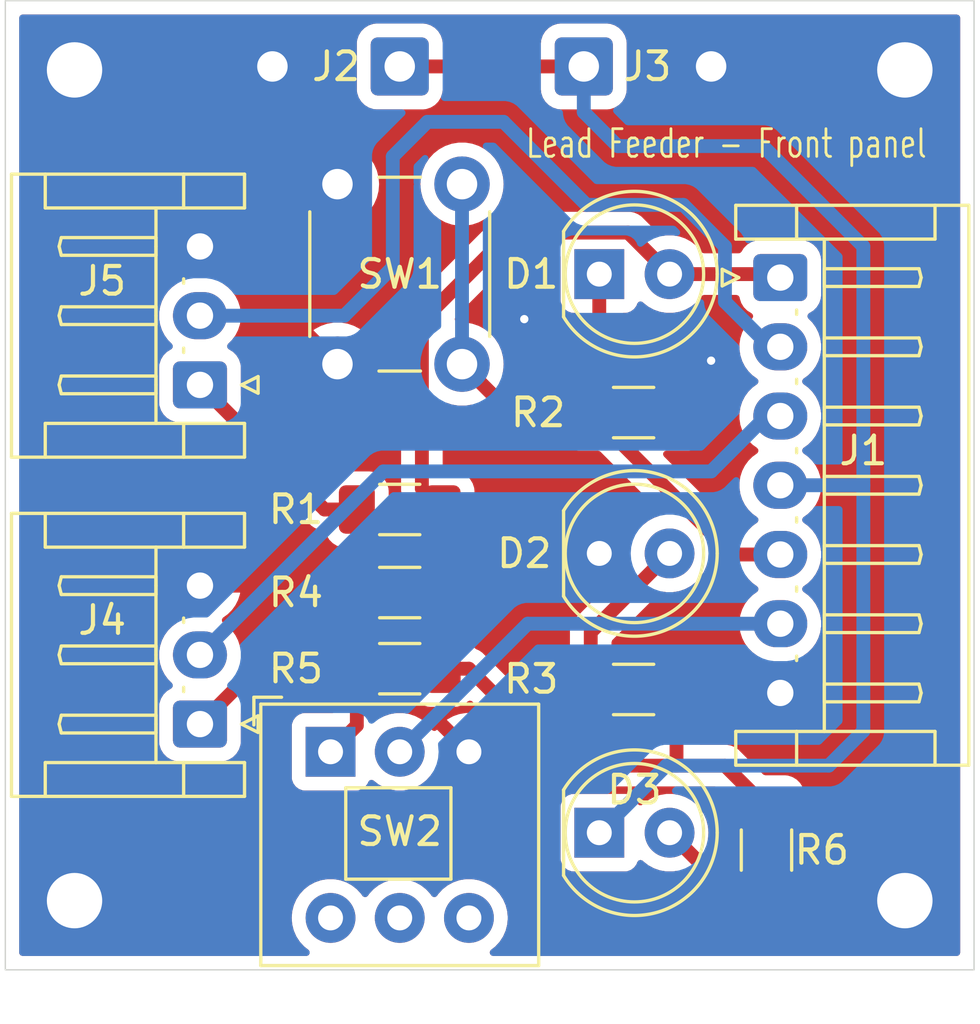
<source format=kicad_pcb>
(kicad_pcb (version 20240108) (generator "pcbnew") (generator_version "8.0")
  (layers (0 "F.Cu" signal) (31 "B.Cu" signal) (34 "B.Paste" user) (35 "F.Paste" user) (36 "B.SilkS" user "B.Silkscreen") (37 "F.SilkS" user "F.Silkscreen") (38 "B.Mask" user) (39 "F.Mask" user) (44 "Edge.Cuts" user))
  (net 0 "")
  (net 1 "Net-(D1-K)")
  (net 2 "+5V")
  (net 3 "Net-(D2-A)")
  (net 4 "/~{FEED}")
  (net 5 "GND")
  (net 6 "/TIME")
  (net 7 "/SPEED")
  (net 8 "/MODE")
  (net 9 "/~{REVERSE}")
  (net 10 "Net-(SW2-A)")
  (net 11 "Net-(D3-A)")
  (net 12 "Net-(J4-Pin_1)")
  (net 13 "Net-(J5-Pin_1)")
  (footprint "LED_THT:LED_D5.0mm_Clear" (layer "F.Cu") (at 158.96 104.96125)
    (property "Reference" "D2" (at -2.71 0 0) (layer "F.SilkS"))
    (property "Value" "Green")
    (fp_line (start -1.29 -1.545) (end -1.29 1.545) (stroke (width 0.12)) (layer "F.SilkS"))
    (fp_arc (start -1.29 -1.54483) (mid 2.071756 -2.880501) (end 4.26 -0.000048) (stroke (width 0.12)) (layer "F.SilkS"))
    (fp_arc (start 4.26 0.000048) (mid 2.071756 2.880501) (end -1.29 1.54483) (stroke (width 0.12)) (layer "F.SilkS"))
    (fp_circle (center 1.27 0) (end 3.77 0) (stroke (width 0.12)) (fill none) (layer "F.SilkS"))
    (pad "1" thru_hole rect (at 0 0) (size 1.8 1.8) (drill 0.9) (layers "*.Cu" "*.Mask") (net 5 "GND"))
    (pad "2" thru_hole circle (at 2.54 0) (size 1.8 1.8) (drill 0.9) (layers "*.Cu" "*.Mask") (net 3 "Net-(D2-A)"))
  )
  (footprint "Connector_JST:JST_EH_S3B-EH_1x03_P2.50mm_Horizontal" (layer "F.Cu") (at 144.5325 111.125 90)
    (property "Reference" "J4" (at 3.75 -3.5325 180) (layer "F.SilkS"))
    (property "Value" "Time")
    (fp_line (start 7.61 -6.81) (end 7.61 1.61) (stroke (width 0.12)) (layer "F.SilkS"))
    (fp_line (start -2.61 -6.81) (end 7.61 -6.81) (stroke (width 0.12)) (layer "F.SilkS"))
    (fp_line (start 7.61 -5.59) (end 6.39 -5.59) (stroke (width 0.12)) (layer "F.SilkS"))
    (fp_line (start 6.39 -5.59) (end 6.39 -0.59) (stroke (width 0.12)) (layer "F.SilkS"))
    (fp_line (start -1.39 -5.59) (end -1.39 -0.59) (stroke (width 0.12)) (layer "F.SilkS"))
    (fp_line (start -2.61 -5.59) (end -1.39 -5.59) (stroke (width 0.12)) (layer "F.SilkS"))
    (fp_line (start 5 -5.09) (end 5.32 -5.01) (stroke (width 0.12)) (layer "F.SilkS"))
    (fp_line (start 2.5 -5.09) (end 2.82 -5.01) (stroke (width 0.12)) (layer "F.SilkS"))
    (fp_line (start 0 -5.09) (end 0.32 -5.01) (stroke (width 0.12)) (layer "F.SilkS"))
    (fp_line (start 5.32 -5.01) (end 5.32 -1.59) (stroke (width 0.12)) (layer "F.SilkS"))
    (fp_line (start 4.68 -5.01) (end 5 -5.09) (stroke (width 0.12)) (layer "F.SilkS"))
    (fp_line (start 2.82 -5.01) (end 2.82 -1.59) (stroke (width 0.12)) (layer "F.SilkS"))
    (fp_line (start 2.18 -5.01) (end 2.5 -5.09) (stroke (width 0.12)) (layer "F.SilkS"))
    (fp_line (start 0.32 -5.01) (end 0.32 -1.59) (stroke (width 0.12)) (layer "F.SilkS"))
    (fp_line (start -0.32 -5.01) (end 0 -5.09) (stroke (width 0.12)) (layer "F.SilkS"))
    (fp_line (start 5.32 -1.59) (end 5 -1.59) (stroke (width 0.12)) (layer "F.SilkS"))
    (fp_line (start 5 -1.59) (end 4.68 -1.59) (stroke (width 0.12)) (layer "F.SilkS"))
    (fp_line (start 4.68 -1.59) (end 4.68 -5.01) (stroke (width 0.12)) (layer "F.SilkS"))
    (fp_line (start 2.82 -1.59) (end 2.5 -1.59) (stroke (width 0.12)) (layer "F.SilkS"))
    (fp_line (start 2.5 -1.59) (end 2.18 -1.59) (stroke (width 0.12)) (layer "F.SilkS"))
    (fp_line (start 2.18 -1.59) (end 2.18 -5.01) (stroke (width 0.12)) (layer "F.SilkS"))
    (fp_line (start 0.32 -1.59) (end 0 -1.59) (stroke (width 0.12)) (layer "F.SilkS"))
    (fp_line (start 0 -1.59) (end -0.32 -1.59) (stroke (width 0.12)) (layer "F.SilkS"))
    (fp_line (start -0.32 -1.59) (end -0.32 -5.01) (stroke (width 0.12)) (layer "F.SilkS"))
    (fp_line (start -1.39 -1.59) (end 6.39 -1.59) (stroke (width 0.12)) (layer "F.SilkS"))
    (fp_line (start 6.39 -0.59) (end 7.61 -0.59) (stroke (width 0.12)) (layer "F.SilkS"))
    (fp_line (start 3.67 -0.59) (end 3.83 -0.59) (stroke (width 0.12)) (layer "F.SilkS"))
    (fp_line (start 1.17 -0.59) (end 1.33 -0.59) (stroke (width 0.12)) (layer "F.SilkS"))
    (fp_line (start -1.39 -0.59) (end -2.61 -0.59) (stroke (width 0.12)) (layer "F.SilkS"))
    (fp_line (start -1.39 -0.59) (end -1.39 1.61) (stroke (width 0.12)) (layer "F.SilkS"))
    (fp_line (start 0 1.5) (end -0.3 2.1) (stroke (width 0.12)) (layer "F.SilkS"))
    (fp_line (start 7.61 1.61) (end 6.39 1.61) (stroke (width 0.12)) (layer "F.SilkS"))
    (fp_line (start 6.39 1.61) (end 6.39 -0.59) (stroke (width 0.12)) (layer "F.SilkS"))
    (fp_line (start -1.39 1.61) (end -2.61 1.61) (stroke (width 0.12)) (layer "F.SilkS"))
    (fp_line (start -2.61 1.61) (end -2.61 -6.81) (stroke (width 0.12)) (layer "F.SilkS"))
    (fp_line (start 0.3 2.1) (end 0 1.5) (stroke (width 0.12)) (layer "F.SilkS"))
    (fp_line (start -0.3 2.1) (end 0.3 2.1) (stroke (width 0.12)) (layer "F.SilkS"))
    (pad "1" thru_hole roundrect (at 0 0 90) (size 1.7 1.95) (drill 0.95) (layers "*.Cu" "*.Mask") (roundrect_rratio 0.147059) (net 12 "Net-(J4-Pin_1)"))
    (pad "2" thru_hole oval (at 2.5 0 90) (size 1.7 1.95) (drill 0.95) (layers "*.Cu" "*.Mask") (net 6 "/TIME"))
    (pad "3" thru_hole oval (at 5 0 90) (size 1.7 1.95) (drill 0.95) (layers "*.Cu" "*.Mask") (net 5 "GND"))
  )
  (footprint "Resistor_SMD:R_1206_3216Metric_Pad1.30x1.75mm_HandSolder" (layer "F.Cu") (at 160.2 99.875)
    (property "Reference" "R2" (at -3.45 0 0) (layer "F.SilkS"))
    (property "Value" "10k")
    (fp_line (start -0.727064 -0.91) (end 0.727064 -0.91) (stroke (width 0.12)) (layer "F.SilkS"))
    (fp_line (start -0.727064 0.91) (end 0.727064 0.91) (stroke (width 0.12)) (layer "F.SilkS"))
    (pad "1" smd roundrect (at -1.55 0) (size 1.3 1.75) (layers "F.Cu" "F.Paste" "F.Mask") (roundrect_rratio 0.192308) (net 9 "/~{REVERSE}"))
    (pad "2" smd roundrect (at 1.55 0) (size 1.3 1.75) (layers "F.Cu" "F.Paste" "F.Mask") (roundrect_rratio 0.192308) (net 1 "Net-(D1-K)"))
  )
  (footprint "Connector_Wire:SolderWire-0.5sqmm_1x02_P4.6mm_D0.9mm_OD2.1mm" (layer "F.Cu") (at 158.4 87.375)
    (property "Reference" "J3" (at 2.3 0 0) (layer "F.SilkS"))
    (property "Value" "Feet button")
    (pad "1" thru_hole roundrect (at 0 0) (size 2.1 2.1) (drill 1.1) (layers "*.Cu" "*.Mask") (roundrect_rratio 0.119048) (net 4 "/~{FEED}"))
    (pad "2" thru_hole circle (at 4.6 0) (size 2.1 2.1) (drill 1.1) (layers "*.Cu" "*.Mask") (net 5 "GND"))
  )
  (footprint "Connector_JST:JST_EH_S7B-EH_1x07_P2.50mm_Horizontal" (layer "F.Cu") (at 165.5 95 -90)
    (property "Reference" "J1" (at 6.25 -3 180) (layer "F.SilkS"))
    (property "Value" "Conn_01x07_Socket" (hide yes))
    (fp_line (start -0.3 2.1) (end 0.3 2.1) (stroke (width 0.12)) (layer "F.SilkS"))
    (fp_line (start 0.3 2.1) (end 0 1.5) (stroke (width 0.12)) (layer "F.SilkS"))
    (fp_line (start -2.61 1.61) (end -2.61 -6.81) (stroke (width 0.12)) (layer "F.SilkS"))
    (fp_line (start -1.39 1.61) (end -2.61 1.61) (stroke (width 0.12)) (layer "F.SilkS"))
    (fp_line (start 16.39 1.61) (end 16.39 -0.59) (stroke (width 0.12)) (layer "F.SilkS"))
    (fp_line (start 17.61 1.61) (end 16.39 1.61) (stroke (width 0.12)) (layer "F.SilkS"))
    (fp_line (start 0 1.5) (end -0.3 2.1) (stroke (width 0.12)) (layer "F.SilkS"))
    (fp_line (start -1.39 -0.59) (end -1.39 1.61) (stroke (width 0.12)) (layer "F.SilkS"))
    (fp_line (start -1.39 -0.59) (end -2.61 -0.59) (stroke (width 0.12)) (layer "F.SilkS"))
    (fp_line (start 1.17 -0.59) (end 1.33 -0.59) (stroke (width 0.12)) (layer "F.SilkS"))
    (fp_line (start 3.67 -0.59) (end 3.83 -0.59) (stroke (width 0.12)) (layer "F.SilkS"))
    (fp_line (start 6.17 -0.59) (end 6.33 -0.59) (stroke (width 0.12)) (layer "F.SilkS"))
    (fp_line (start 8.67 -0.59) (end 8.83 -0.59) (stroke (width 0.12)) (layer "F.SilkS"))
    (fp_line (start 11.17 -0.59) (end 11.33 -0.59) (stroke (width 0.12)) (layer "F.SilkS"))
    (fp_line (start 13.67 -0.59) (end 13.83 -0.59) (stroke (width 0.12)) (layer "F.SilkS"))
    (fp_line (start 16.39 -0.59) (end 17.61 -0.59) (stroke (width 0.12)) (layer "F.SilkS"))
    (fp_line (start -1.39 -1.59) (end 16.39 -1.59) (stroke (width 0.12)) (layer "F.SilkS"))
    (fp_line (start -0.32 -1.59) (end -0.32 -5.01) (stroke (width 0.12)) (layer "F.SilkS"))
    (fp_line (start 0 -1.59) (end -0.32 -1.59) (stroke (width 0.12)) (layer "F.SilkS"))
    (fp_line (start 0.32 -1.59) (end 0 -1.59) (stroke (width 0.12)) (layer "F.SilkS"))
    (fp_line (start 2.18 -1.59) (end 2.18 -5.01) (stroke (width 0.12)) (layer "F.SilkS"))
    (fp_line (start 2.5 -1.59) (end 2.18 -1.59) (stroke (width 0.12)) (layer "F.SilkS"))
    (fp_line (start 2.82 -1.59) (end 2.5 -1.59) (stroke (width 0.12)) (layer "F.SilkS"))
    (fp_line (start 4.68 -1.59) (end 4.68 -5.01) (stroke (width 0.12)) (layer "F.SilkS"))
    (fp_line (start 5 -1.59) (end 4.68 -1.59) (stroke (width 0.12)) (layer "F.SilkS"))
    (fp_line (start 5.32 -1.59) (end 5 -1.59) (stroke (width 0.12)) (layer "F.SilkS"))
    (fp_line (start 7.18 -1.59) (end 7.18 -5.01) (stroke (width 0.12)) (layer "F.SilkS"))
    (fp_line (start 7.5 -1.59) (end 7.18 -1.59) (stroke (width 0.12)) (layer "F.SilkS"))
    (fp_line (start 7.82 -1.59) (end 7.5 -1.59) (stroke (width 0.12)) (layer "F.SilkS"))
    (fp_line (start 9.68 -1.59) (end 9.68 -5.01) (stroke (width 0.12)) (layer "F.SilkS"))
    (fp_line (start 10 -1.59) (end 9.68 -1.59) (stroke (width 0.12)) (layer "F.SilkS"))
    (fp_line (start 10.32 -1.59) (end 10 -1.59) (stroke (width 0.12)) (layer "F.SilkS"))
    (fp_line (start 12.18 -1.59) (end 12.18 -5.01) (stroke (width 0.12)) (layer "F.SilkS"))
    (fp_line (start 12.5 -1.59) (end 12.18 -1.59) (stroke (width 0.12)) (layer "F.SilkS"))
    (fp_line (start 12.82 -1.59) (end 12.5 -1.59) (stroke (width 0.12)) (layer "F.SilkS"))
    (fp_line (start 14.68 -1.59) (end 14.68 -5.01) (stroke (width 0.12)) (layer "F.SilkS"))
    (fp_line (start 15 -1.59) (end 14.68 -1.59) (stroke (width 0.12)) (layer "F.SilkS"))
    (fp_line (start 15.32 -1.59) (end 15 -1.59) (stroke (width 0.12)) (layer "F.SilkS"))
    (fp_line (start -0.32 -5.01) (end 0 -5.09) (stroke (width 0.12)) (layer "F.SilkS"))
    (fp_line (start 0.32 -5.01) (end 0.32 -1.59) (stroke (width 0.12)) (layer "F.SilkS"))
    (fp_line (start 2.18 -5.01) (end 2.5 -5.09) (stroke (width 0.12)) (layer "F.SilkS"))
    (fp_line (start 2.82 -5.01) (end 2.82 -1.59) (stroke (width 0.12)) (layer "F.SilkS"))
    (fp_line (start 4.68 -5.01) (end 5 -5.09) (stroke (width 0.12)) (layer "F.SilkS"))
    (fp_line (start 5.32 -5.01) (end 5.32 -1.59) (stroke (width 0.12)) (layer "F.SilkS"))
    (fp_line (start 7.18 -5.01) (end 7.5 -5.09) (stroke (width 0.12)) (layer "F.SilkS"))
    (fp_line (start 7.82 -5.01) (end 7.82 -1.59) (stroke (width 0.12)) (layer "F.SilkS"))
    (fp_line (start 9.68 -5.01) (end 10 -5.09) (stroke (width 0.12)) (layer "F.SilkS"))
    (fp_line (start 10.32 -5.01) (end 10.32 -1.59) (stroke (width 0.12)) (layer "F.SilkS"))
    (fp_line (start 12.18 -5.01) (end 12.5 -5.09) (stroke (width 0.12)) (layer "F.SilkS"))
    (fp_line (start 12.82 -5.01) (end 12.82 -1.59) (stroke (width 0.12)) (layer "F.SilkS"))
    (fp_line (start 14.68 -5.01) (end 15 -5.09) (stroke (width 0.12)) (layer "F.SilkS"))
    (fp_line (start 15.32 -5.01) (end 15.32 -1.59) (stroke (width 0.12)) (layer "F.SilkS"))
    (fp_line (start 0 -5.09) (end 0.32 -5.01) (stroke (width 0.12)) (layer "F.SilkS"))
    (fp_line (start 2.5 -5.09) (end 2.82 -5.01) (stroke (width 0.12)) (layer "F.SilkS"))
    (fp_line (start 5 -5.09) (end 5.32 -5.01) (stroke (width 0.12)) (layer "F.SilkS"))
    (fp_line (start 7.5 -5.09) (end 7.82 -5.01) (stroke (width 0.12)) (layer "F.SilkS"))
    (fp_line (start 10 -5.09) (end 10.32 -5.01) (stroke (width 0.12)) (layer "F.SilkS"))
    (fp_line (start 12.5 -5.09) (end 12.82 -5.01) (stroke (width 0.12)) (layer "F.SilkS"))
    (fp_line (start 15 -5.09) (end 15.32 -5.01) (stroke (width 0.12)) (layer "F.SilkS"))
    (fp_line (start -2.61 -5.59) (end -1.39 -5.59) (stroke (width 0.12)) (layer "F.SilkS"))
    (fp_line (start -1.39 -5.59) (end -1.39 -0.59) (stroke (width 0.12)) (layer "F.SilkS"))
    (fp_line (start 16.39 -5.59) (end 16.39 -0.59) (stroke (width 0.12)) (layer "F.SilkS"))
    (fp_line (start 17.61 -5.59) (end 16.39 -5.59) (stroke (width 0.12)) (layer "F.SilkS"))
    (fp_line (start -2.61 -6.81) (end 17.61 -6.81) (stroke (width 0.12)) (layer "F.SilkS"))
    (fp_line (start 17.61 -6.81) (end 17.61 1.61) (stroke (width 0.12)) (layer "F.SilkS"))
    (pad "1" thru_hole roundrect (at 0 0 270) (size 1.7 1.95) (drill 0.95) (layers "*.Cu" "*.Mask") (roundrect_rratio 0.147059) (net 2 "+5V"))
    (pad "2" thru_hole oval (at 2.5 0 270) (size 1.7 1.95) (drill 0.95) (layers "*.Cu" "*.Mask") (net 7 "/SPEED"))
    (pad "3" thru_hole oval (at 5 0 270) (size 1.7 1.95) (drill 0.95) (layers "*.Cu" "*.Mask") (net 6 "/TIME"))
    (pad "4" thru_hole oval (at 7.5 0 270) (size 1.7 1.95) (drill 0.95) (layers "*.Cu" "*.Mask") (net 4 "/~{FEED}"))
    (pad "5" thru_hole oval (at 10 0 270) (size 1.7 1.95) (drill 0.95) (layers "*.Cu" "*.Mask") (net 9 "/~{REVERSE}"))
    (pad "6" thru_hole oval (at 12.5 0 270) (size 1.7 1.95) (drill 0.95) (layers "*.Cu" "*.Mask") (net 8 "/MODE"))
    (pad "7" thru_hole oval (at 15 0 270) (size 1.7 1.95) (drill 0.95) (layers "*.Cu" "*.Mask") (net 5 "GND"))
  )
  (footprint "Resistor_SMD:R_1206_3216Metric_Pad1.30x1.75mm_HandSolder" (layer "F.Cu") (at 165 115.675 90)
    (property "Reference" "R6" (at 0 2 180) (layer "F.SilkS"))
    (property "Value" "1k")
    (fp_line (start -0.727064 -0.91) (end 0.727064 -0.91) (stroke (width 0.12)) (layer "F.SilkS"))
    (fp_line (start -0.727064 0.91) (end 0.727064 0.91) (stroke (width 0.12)) (layer "F.SilkS"))
    (pad "1" smd roundrect (at -1.55 0 90) (size 1.3 1.75) (layers "F.Cu" "F.Paste" "F.Mask") (roundrect_rratio 0.192308) (net 11 "Net-(D3-A)"))
    (pad "2" smd roundrect (at 1.55 0 90) (size 1.3 1.75) (layers "F.Cu" "F.Paste" "F.Mask") (roundrect_rratio 0.192308) (net 2 "+5V"))
  )
  (footprint "Resistor_SMD:R_1206_3216Metric_Pad1.30x1.75mm_HandSolder" (layer "F.Cu") (at 151.75 103.375 180)
    (property "Reference" "R1" (at 3.75 0 360) (layer "F.SilkS"))
    (property "Value" "1k")
    (fp_line (start -0.727064 0.91) (end 0.727064 0.91) (stroke (width 0.12)) (layer "F.SilkS"))
    (fp_line (start -0.727064 -0.91) (end 0.727064 -0.91) (stroke (width 0.12)) (layer "F.SilkS"))
    (pad "1" smd roundrect (at -1.55 0 180) (size 1.3 1.75) (layers "F.Cu" "F.Paste" "F.Mask") (roundrect_rratio 0.192308) (net 2 "+5V"))
    (pad "2" smd roundrect (at 1.55 0 180) (size 1.3 1.75) (layers "F.Cu" "F.Paste" "F.Mask") (roundrect_rratio 0.192308) (net 13 "Net-(J5-Pin_1)"))
  )
  (footprint "Connector_JST:JST_EH_S3B-EH_1x03_P2.50mm_Horizontal" (layer "F.Cu") (at 144.5325 98.875 90)
    (property "Reference" "J5" (at 3.75 -3.5325 180) (layer "F.SilkS"))
    (property "Value" "Speed")
    (fp_line (start 7.61 -6.81) (end 7.61 1.61) (stroke (width 0.12)) (layer "F.SilkS"))
    (fp_line (start -2.61 -6.81) (end 7.61 -6.81) (stroke (width 0.12)) (layer "F.SilkS"))
    (fp_line (start 7.61 -5.59) (end 6.39 -5.59) (stroke (width 0.12)) (layer "F.SilkS"))
    (fp_line (start 6.39 -5.59) (end 6.39 -0.59) (stroke (width 0.12)) (layer "F.SilkS"))
    (fp_line (start -1.39 -5.59) (end -1.39 -0.59) (stroke (width 0.12)) (layer "F.SilkS"))
    (fp_line (start -2.61 -5.59) (end -1.39 -5.59) (stroke (width 0.12)) (layer "F.SilkS"))
    (fp_line (start 5 -5.09) (end 5.32 -5.01) (stroke (width 0.12)) (layer "F.SilkS"))
    (fp_line (start 2.5 -5.09) (end 2.82 -5.01) (stroke (width 0.12)) (layer "F.SilkS"))
    (fp_line (start 0 -5.09) (end 0.32 -5.01) (stroke (width 0.12)) (layer "F.SilkS"))
    (fp_line (start 5.32 -5.01) (end 5.32 -1.59) (stroke (width 0.12)) (layer "F.SilkS"))
    (fp_line (start 4.68 -5.01) (end 5 -5.09) (stroke (width 0.12)) (layer "F.SilkS"))
    (fp_line (start 2.82 -5.01) (end 2.82 -1.59) (stroke (width 0.12)) (layer "F.SilkS"))
    (fp_line (start 2.18 -5.01) (end 2.5 -5.09) (stroke (width 0.12)) (layer "F.SilkS"))
    (fp_line (start 0.32 -5.01) (end 0.32 -1.59) (stroke (width 0.12)) (layer "F.SilkS"))
    (fp_line (start -0.32 -5.01) (end 0 -5.09) (stroke (width 0.12)) (layer "F.SilkS"))
    (fp_line (start 5.32 -1.59) (end 5 -1.59) (stroke (width 0.12)) (layer "F.SilkS"))
    (fp_line (start 5 -1.59) (end 4.68 -1.59) (stroke (width 0.12)) (layer "F.SilkS"))
    (fp_line (start 4.68 -1.59) (end 4.68 -5.01) (stroke (width 0.12)) (layer "F.SilkS"))
    (fp_line (start 2.82 -1.59) (end 2.5 -1.59) (stroke (width 0.12)) (layer "F.SilkS"))
    (fp_line (start 2.5 -1.59) (end 2.18 -1.59) (stroke (width 0.12)) (layer "F.SilkS"))
    (fp_line (start 2.18 -1.59) (end 2.18 -5.01) (stroke (width 0.12)) (layer "F.SilkS"))
    (fp_line (start 0.32 -1.59) (end 0 -1.59) (stroke (width 0.12)) (layer "F.SilkS"))
    (fp_line (start 0 -1.59) (end -0.32 -1.59) (stroke (width 0.12)) (layer "F.SilkS"))
    (fp_line (start -0.32 -1.59) (end -0.32 -5.01) (stroke (width 0.12)) (layer "F.SilkS"))
    (fp_line (start -1.39 -1.59) (end 6.39 -1.59) (stroke (width 0.12)) (layer "F.SilkS"))
    (fp_line (start 6.39 -0.59) (end 7.61 -0.59) (stroke (width 0.12)) (layer "F.SilkS"))
    (fp_line (start 3.67 -0.59) (end 3.83 -0.59) (stroke (width 0.12)) (layer "F.SilkS"))
    (fp_line (start 1.17 -0.59) (end 1.33 -0.59) (stroke (width 0.12)) (layer "F.SilkS"))
    (fp_line (start -1.39 -0.59) (end -2.61 -0.59) (stroke (width 0.12)) (layer "F.SilkS"))
    (fp_line (start -1.39 -0.59) (end -1.39 1.61) (stroke (width 0.12)) (layer "F.SilkS"))
    (fp_line (start 0 1.5) (end -0.3 2.1) (stroke (width 0.12)) (layer "F.SilkS"))
    (fp_line (start 7.61 1.61) (end 6.39 1.61) (stroke (width 0.12)) (layer "F.SilkS"))
    (fp_line (start 6.39 1.61) (end 6.39 -0.59) (stroke (width 0.12)) (layer "F.SilkS"))
    (fp_line (start -1.39 1.61) (end -2.61 1.61) (stroke (width 0.12)) (layer "F.SilkS"))
    (fp_line (start -2.61 1.61) (end -2.61 -6.81) (stroke (width 0.12)) (layer "F.SilkS"))
    (fp_line (start 0.3 2.1) (end 0 1.5) (stroke (width 0.12)) (layer "F.SilkS"))
    (fp_line (start -0.3 2.1) (end 0.3 2.1) (stroke (width 0.12)) (layer "F.SilkS"))
    (pad "1" thru_hole roundrect (at 0 0 90) (size 1.7 1.95) (drill 0.95) (layers "*.Cu" "*.Mask") (roundrect_rratio 0.147059) (net 13 "Net-(J5-Pin_1)"))
    (pad "2" thru_hole oval (at 2.5 0 90) (size 1.7 1.95) (drill 0.95) (layers "*.Cu" "*.Mask") (net 7 "/SPEED"))
    (pad "3" thru_hole oval (at 5 0 90) (size 1.7 1.95) (drill 0.95) (layers "*.Cu" "*.Mask") (net 5 "GND"))
  )
  (footprint "Resistor_SMD:R_1206_3216Metric_Pad1.30x1.75mm_HandSolder" (layer "F.Cu") (at 151.75 109.125)
    (property "Reference" "R5" (at -3.75 0 0) (layer "F.SilkS"))
    (property "Value" "1k")
    (fp_line (start -0.727064 -0.91) (end 0.727064 -0.91) (stroke (width 0.12)) (layer "F.SilkS"))
    (fp_line (start -0.727064 0.91) (end 0.727064 0.91) (stroke (width 0.12)) (layer "F.SilkS"))
    (pad "1" smd roundrect (at -1.55 0) (size 1.3 1.75) (layers "F.Cu" "F.Paste" "F.Mask") (roundrect_rratio 0.192308) (net 10 "Net-(SW2-A)"))
    (pad "2" smd roundrect (at 1.55 0) (size 1.3 1.75) (layers "F.Cu" "F.Paste" "F.Mask") (roundrect_rratio 0.192308) (net 2 "+5V"))
  )
  (footprint "Resistor_SMD:R_1206_3216Metric_Pad1.30x1.75mm_HandSolder" (layer "F.Cu") (at 151.75 106.375 180)
    (property "Reference" "R4" (at 3.75 0 360) (layer "F.SilkS"))
    (property "Value" "1k")
    (fp_line (start -0.727064 0.91) (end 0.727064 0.91) (stroke (width 0.12)) (layer "F.SilkS"))
    (fp_line (start -0.727064 -0.91) (end 0.727064 -0.91) (stroke (width 0.12)) (layer "F.SilkS"))
    (pad "1" smd roundrect (at -1.55 0 180) (size 1.3 1.75) (layers "F.Cu" "F.Paste" "F.Mask") (roundrect_rratio 0.192308) (net 2 "+5V"))
    (pad "2" smd roundrect (at 1.55 0 180) (size 1.3 1.75) (layers "F.Cu" "F.Paste" "F.Mask") (roundrect_rratio 0.192308) (net 12 "Net-(J4-Pin_1)"))
  )
  (footprint "LED_THT:LED_D5.0mm_Clear" (layer "F.Cu") (at 158.96 94.875)
    (property "Reference" "D1" (at -2.46 0 0) (layer "F.SilkS"))
    (property "Value" "Red")
    (fp_line (start -1.29 -1.545) (end -1.29 1.545) (stroke (width 0.12)) (layer "F.SilkS"))
    (fp_arc (start -1.29 -1.54483) (mid 2.071756 -2.880501) (end 4.26 -0.000048) (stroke (width 0.12)) (layer "F.SilkS"))
    (fp_arc (start 4.26 0.000048) (mid 2.071756 2.880501) (end -1.29 1.54483) (stroke (width 0.12)) (layer "F.SilkS"))
    (fp_circle (center 1.27 0) (end 3.77 0) (stroke (width 0.12)) (fill none) (layer "F.SilkS"))
    (pad "1" thru_hole rect (at 0 0) (size 1.8 1.8) (drill 0.9) (layers "*.Cu" "*.Mask") (net 1 "Net-(D1-K)"))
    (pad "2" thru_hole circle (at 2.54 0) (size 1.8 1.8) (drill 0.9) (layers "*.Cu" "*.Mask") (net 2 "+5V"))
  )
  (footprint "LED_THT:LED_D5.0mm_Clear" (layer "F.Cu") (at 158.96 115.0475)
    (property "Reference" "D3" (at 1.27 -1.5475 0) (layer "F.SilkS"))
    (property "Value" "LED")
    (fp_line (start -1.29 -1.545) (end -1.29 1.545) (stroke (width 0.12)) (layer "F.SilkS"))
    (fp_arc (start -1.29 -1.54483) (mid 2.071756 -2.880501) (end 4.26 -0.000048) (stroke (width 0.12)) (layer "F.SilkS"))
    (fp_arc (start 4.26 0.000048) (mid 2.071756 2.880501) (end -1.29 1.54483) (stroke (width 0.12)) (layer "F.SilkS"))
    (fp_circle (center 1.27 0) (end 3.77 0) (stroke (width 0.12)) (fill none) (layer "F.SilkS"))
    (pad "1" thru_hole rect (at 0 0) (size 1.8 1.8) (drill 0.9) (layers "*.Cu" "*.Mask") (net 4 "/~{FEED}"))
    (pad "2" thru_hole circle (at 2.54 0) (size 1.8 1.8) (drill 0.9) (layers "*.Cu" "*.Mask") (net 11 "Net-(D3-A)"))
  )
  (footprint "Resistor_SMD:R_1206_3216Metric_Pad1.30x1.75mm_HandSolder" (layer "F.Cu") (at 160.2 109.875 180)
    (property "Reference" "R3" (at 3.7 0.375 360) (layer "F.SilkS"))
    (property "Value" "1k")
    (fp_line (start -0.727064 0.91) (end 0.727064 0.91) (stroke (width 0.12)) (layer "F.SilkS"))
    (fp_line (start -0.727064 -0.91) (end 0.727064 -0.91) (stroke (width 0.12)) (layer "F.SilkS"))
    (pad "1" smd roundrect (at -1.55 0 180) (size 1.3 1.75) (layers "F.Cu" "F.Paste" "F.Mask") (roundrect_rratio 0.192308) (net 2 "+5V"))
    (pad "2" smd roundrect (at 1.55 0 180) (size 1.3 1.75) (layers "F.Cu" "F.Paste" "F.Mask") (roundrect_rratio 0.192308) (net 3 "Net-(D2-A)"))
  )
  (footprint "Button_Switch_THT:SW_Push_2P2T_Toggle_CK_PVA2OAH5xxxxxxV2" (layer "F.Cu") (at 149.25 112.125)
    (property "Reference" "SW2" (at 2.5 2.875 0) (layer "F.SilkS"))
    (property "Value" "Auto/Manual")
    (fp_line (start -2.77 -0.97) (end -2.77 -1.97) (stroke (width 0.12)) (layer "F.SilkS"))
    (fp_line (start -2.52 7.72) (end -2.52 -1.72) (stroke (width 0.12)) (layer "F.SilkS"))
    (fp_line (start -1.77 -1.97) (end -2.77 -1.97) (stroke (width 0.12)) (layer "F.SilkS"))
    (fp_line (start 0.55 1.3) (end 0.55 4.6) (stroke (width 0.12)) (layer "F.SilkS"))
    (fp_line (start 4.35 1.3) (end 0.55 1.3) (stroke (width 0.12)) (layer "F.SilkS"))
    (fp_line (start 4.35 1.3) (end 4.35 4.6) (stroke (width 0.12)) (layer "F.SilkS"))
    (fp_line (start 4.35 4.6) (end 0.55 4.6) (stroke (width 0.12)) (layer "F.SilkS"))
    (fp_line (start 7.52 -1.72) (end -2.52 -1.72) (stroke (width 0.12)) (layer "F.SilkS"))
    (fp_line (start 7.52 7.72) (end -2.52 7.72) (stroke (width 0.12)) (layer "F.SilkS"))
    (fp_line (start 7.52 7.72) (end 7.52 -1.72) (stroke (width 0.12)) (layer "F.SilkS"))
    (pad "1" thru_hole rect (at 0 0) (size 1.8 1.8) (drill 0.9) (layers "*.Cu" "*.Mask") (net 10 "Net-(SW2-A)"))
    (pad "2" thru_hole circle (at 2.5 0) (size 1.8 1.8) (drill 0.9) (layers "*.Cu" "*.Mask") (net 8 "/MODE"))
    (pad "3" thru_hole circle (at 5 0) (size 1.8 1.8) (drill 0.9) (layers "*.Cu" "*.Mask") (net 5 "GND"))
    (pad "4" thru_hole circle (at 0 6) (size 1.8 1.8) (drill 0.9) (layers "*.Cu" "*.Mask"))
    (pad "5" thru_hole circle (at 2.5 6) (size 1.8 1.8) (drill 0.9) (layers "*.Cu" "*.Mask"))
    (pad "6" thru_hole circle (at 5 6) (size 1.8 1.8) (drill 0.9) (layers "*.Cu" "*.Mask"))
  )
  (footprint "Button_Switch_THT:SW_PUSH_6mm_H4.3mm" (layer "F.Cu") (at 149.5 98.125 90)
    (property "Reference" "SW1" (at 3.25 2.25 180) (layer "F.SilkS"))
    (property "Value" "Reverse" (hide yes))
    (fp_line (start 5.5 -1) (end 1 -1) (stroke (width 0.12)) (layer "F.SilkS"))
    (fp_line (start -0.25 1.5) (end -0.25 3) (stroke (width 0.12)) (layer "F.SilkS"))
    (fp_line (start 6.75 3) (end 6.75 1.5) (stroke (width 0.12)) (layer "F.SilkS"))
    (fp_line (start 1 5.5) (end 5.5 5.5) (stroke (width 0.12)) (layer "F.SilkS"))
    (pad "1" thru_hole circle (at 0 0 180) (size 2 2) (drill 1.1) (layers "*.Cu" "*.Mask") (net 5 "GND"))
    (pad "1" thru_hole circle (at 6.5 0 180) (size 2 2) (drill 1.1) (layers "*.Cu" "*.Mask") (net 5 "GND"))
    (pad "2" thru_hole circle (at 0 4.5 180) (size 2 2) (drill 1.1) (layers "*.Cu" "*.Mask") (net 9 "/~{REVERSE}"))
    (pad "2" thru_hole circle (at 6.5 4.5 180) (size 2 2) (drill 1.1) (layers "*.Cu" "*.Mask") (net 9 "/~{REVERSE}"))
  )
  (footprint "Connector_Wire:SolderWire-0.5sqmm_1x02_P4.6mm_D0.9mm_OD2.1mm" (layer "B.Cu") (at 151.75 87.375 180)
    (property "Reference" "J2" (at 2.3 0 0) (layer "F.SilkS"))
    (property "Value" "Hand button")
    (pad "1" thru_hole roundrect (at 0 0 180) (size 2.1 2.1) (drill 1.1) (layers "*.Cu" "*.Mask") (roundrect_rratio 0.119048) (net 4 "/~{FEED}"))
    (pad "2" thru_hole circle (at 4.6 0 180) (size 2.1 2.1) (drill 1.1) (layers "*.Cu" "*.Mask") (net 5 "GND"))
  )
  (gr_rect (start 137.5 85) (end 172.5 120) (stroke (width 0.05)) (fill none) (layer "Edge.Cuts"))
  (gr_text "Lead Feeder - Front panel" (at 156.25 90.75 0) (layer "F.SilkS") (effects (font (size 1 0.7) (thickness 0.1)) (justify left bottom)))
  (segment (start 158.96 94.875) (end 158.96 97.085) (width 0.5) (layer "F.Cu") (net 1))
  (segment (start 158.96 97.085) (end 161.75 99.875) (width 0.5) (layer "F.Cu") (net 1))
  (segment (start 157.75 112.625) (end 154.25 109.125) (width 0.5) (layer "F.Cu") (net 2))
  (segment (start 165 114.125) (end 163.5 112.625) (width 0.5) (layer "F.Cu") (net 2))
  (segment (start 161.75 109.875) (end 161.75 112.625) (width 0.5) (layer "F.Cu") (net 2))
  (segment (start 163.5 112.625) (end 161.75 112.625) (width 0.5) (layer "F.Cu") (net 2))
  (segment (start 154.25 109.125) (end 153.3 109.125) (width 0.5) (layer "F.Cu") (net 2))
  (segment (start 161.75 112.625) (end 157.75 112.625) (width 0.5) (layer "F.Cu") (net 2))
  (segment (start 160 93.375) (end 161.5 94.875) (width 0.5) (layer "F.Cu") (net 2))
  (segment (start 153.3 103.375) (end 152.55 102.625) (width 0.5) (layer "F.Cu") (net 2))
  (segment (start 153.3 109.125) (end 153.3 103.375) (width 0.5) (layer "F.Cu") (net 2))
  (segment (start 161.5 94.875) (end 165.375 94.875) (width 0.5) (layer "F.Cu") (net 2))
  (segment (start 152.55 96.575) (end 155.75 93.375) (width 0.5) (layer "F.Cu") (net 2))
  (segment (start 152.55 102.625) (end 152.55 96.575) (width 0.5) (layer "F.Cu") (net 2))
  (segment (start 165.375 94.875) (end 165.5 95) (width 0.5) (layer "F.Cu") (net 2))
  (segment (start 155.75 93.375) (end 160 93.375) (width 0.5) (layer "F.Cu") (net 2))
  (segment (start 158.65 109.875) (end 158.65 107.81125) (width 0.5) (layer "F.Cu") (net 3))
  (segment (start 158.65 107.81125) (end 161.5 104.96125) (width 0.5) (layer "F.Cu") (net 3))
  (segment (start 151.75 87.375) (end 158.4 87.375) (width 0.5) (layer "F.Cu") (net 4))
  (segment (start 161.3825 112.625) (end 158.96 115.0475) (width 0.5) (layer "B.Cu") (net 4))
  (segment (start 158.4 89.025) (end 159.625 90.25) (width 0.5) (layer "B.Cu") (net 4))
  (segment (start 168.5 102.5) (end 165.5 102.5) (width 0.5) (layer "B.Cu") (net 4))
  (segment (start 164.875 90.25) (end 168.5 93.875) (width 0.5) (layer "B.Cu") (net 4))
  (segment (start 158.4 87.375) (end 158.4 89.025) (width 0.5) (layer "B.Cu") (net 4))
  (segment (start 167.25 112.625) (end 161.3825 112.625) (width 0.5) (layer "B.Cu") (net 4))
  (segment (start 168.5 93.875) (end 168.5 111.375) (width 0.5) (layer "B.Cu") (net 4))
  (segment (start 159.625 90.25) (end 164.875 90.25) (width 0.5) (layer "B.Cu") (net 4))
  (segment (start 168.5 111.375) (end 167.25 112.625) (width 0.5) (layer "B.Cu") (net 4))
  (via micro (at 156.25 96.5) (size 0.6) (drill 0.3) (layers "F.Cu" "B.Cu") (net 5))
  (via micro (at 170 117.5) (size 3.5) (drill 2) (layers "F.Cu" "B.Cu") (net 5))
  (via micro (at 140 87.5) (size 3.5) (drill 2) (layers "F.Cu" "B.Cu") (net 5))
  (via micro (at 163 98) (size 0.6) (drill 0.3) (layers "F.Cu" "B.Cu") (net 5))
  (via micro (at 170 87.5) (size 3.5) (drill 2) (layers "F.Cu" "B.Cu") (net 5))
  (via micro (at 140 117.5) (size 3.5) (drill 2) (layers "F.Cu" "B.Cu") (net 5))
  (segment (start 165 100) (end 165.5 100) (width 0.5) (layer "B.Cu") (net 6))
  (segment (start 144.5325 108.625) (end 151.1575 102) (width 0.5) (layer "B.Cu") (net 6))
  (segment (start 163 102) (end 165 100) (width 0.5) (layer "B.Cu") (net 6))
  (segment (start 151.1575 102) (end 163 102) (width 0.5) (layer "B.Cu") (net 6))
  (segment (start 151.5 90.625) (end 152.75 89.375) (width 0.5) (layer "B.Cu") (net 7))
  (segment (start 152.75 89.375) (end 155.5 89.375) (width 0.5) (layer "B.Cu") (net 7))
  (segment (start 155.5 89.375) (end 158.5 92.375) (width 0.5) (layer "B.Cu") (net 7))
  (segment (start 158.5 92.375) (end 162 92.375) (width 0.5) (layer "B.Cu") (net 7))
  (segment (start 151.5 94.625) (end 151.5 90.625) (width 0.5) (layer "B.Cu") (net 7))
  (segment (start 144.5325 96.375) (end 149.75 96.375) (width 0.5) (layer "B.Cu") (net 7))
  (segment (start 149.75 96.375) (end 151.5 94.625) (width 0.5) (layer "B.Cu") (net 7))
  (segment (start 163.5 93.875) (end 163.5 95.875) (width 0.5) (layer "B.Cu") (net 7))
  (segment (start 163.5 95.875) (end 165.125 97.5) (width 0.5) (layer "B.Cu") (net 7))
  (segment (start 165.125 97.5) (end 165.5 97.5) (width 0.5) (layer "B.Cu") (net 7))
  (segment (start 162 92.375) (end 163.5 93.875) (width 0.5) (layer "B.Cu") (net 7))
  (segment (start 151.75 112.125) (end 156.375 107.5) (width 0.5) (layer "B.Cu") (net 8))
  (segment (start 156.375 107.5) (end 165.5 107.5) (width 0.5) (layer "B.Cu") (net 8))
  (segment (start 155.75 99.875) (end 154 98.125) (width 0.5) (layer "F.Cu") (net 9))
  (segment (start 158.65 99.875) (end 163.775 105) (width 0.5) (layer "F.Cu") (net 9))
  (segment (start 163.775 105) (end 165.5 105) (width 0.5) (layer "F.Cu") (net 9))
  (segment (start 158.65 99.875) (end 155.75 99.875) (width 0.5) (layer "F.Cu") (net 9))
  (segment (start 154 91.625) (end 154 98.125) (width 0.5) (layer "B.Cu") (net 9))
  (segment (start 150.2 111.175) (end 149.25 112.125) (width 0.5) (layer "F.Cu") (net 10))
  (segment (start 150.2 109.125) (end 150.2 111.175) (width 0.5) (layer "F.Cu") (net 10))
  (segment (start 163.6775 117.225) (end 161.5 115.0475) (width 0.5) (layer "F.Cu") (net 11))
  (segment (start 165 117.225) (end 163.6775 117.225) (width 0.5) (layer "F.Cu") (net 11))
  (segment (start 150.2 106.375) (end 149.2825 106.375) (width 0.5) (layer "F.Cu") (net 12))
  (segment (start 149.2825 106.375) (end 144.5325 111.125) (width 0.5) (layer "F.Cu") (net 12))
  (segment (start 149.0325 103.375) (end 144.5325 98.875) (width 0.5) (layer "F.Cu") (net 13))
  (segment (start 150.2 103.375) (end 149.0325 103.375) (width 0.5) (layer "F.Cu") (net 13))
  (zone (net 5) (net_name "GND") (layer "F.Cu") (priority 1) (connect_pads (clearance 0.5)) (min_thickness 0.25) (fill yes (thermal_gap 0.5) (thermal_bridge_width 0.5))
    (polygon (pts (xy 137.5 85) (xy 137.5 120) (xy 172.5 120) (xy 172.5 85)))
  )
  (zone (net 5) (net_name "GND") (layer "B.Cu") (connect_pads yes (clearance 0.5)) (min_thickness 0.25) (fill yes (thermal_gap 0.5) (thermal_bridge_width 0.5))
    (polygon (pts (xy 137.5 85) (xy 137.5 120) (xy 172.5 120) (xy 172.5 85)))
  )
)
</source>
